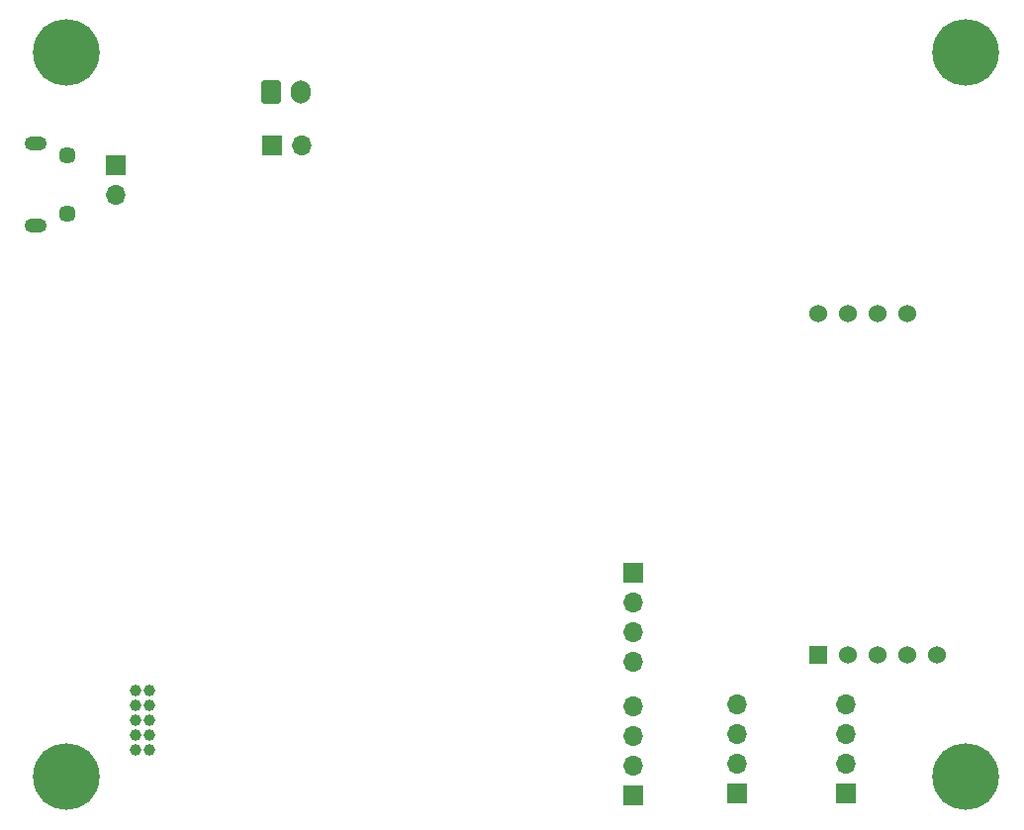
<source format=gbr>
%TF.GenerationSoftware,KiCad,Pcbnew,(5.99.0-8928-gc255dede17)*%
%TF.CreationDate,2021-03-21T11:37:16-07:00*%
%TF.ProjectId,smbpcb,736d6270-6362-42e6-9b69-6361645f7063,rev?*%
%TF.SameCoordinates,Original*%
%TF.FileFunction,Soldermask,Bot*%
%TF.FilePolarity,Negative*%
%FSLAX46Y46*%
G04 Gerber Fmt 4.6, Leading zero omitted, Abs format (unit mm)*
G04 Created by KiCad (PCBNEW (5.99.0-8928-gc255dede17)) date 2021-03-21 11:37:16*
%MOMM*%
%LPD*%
G01*
G04 APERTURE LIST*
G04 Aperture macros list*
%AMRoundRect*
0 Rectangle with rounded corners*
0 $1 Rounding radius*
0 $2 $3 $4 $5 $6 $7 $8 $9 X,Y pos of 4 corners*
0 Add a 4 corners polygon primitive as box body*
4,1,4,$2,$3,$4,$5,$6,$7,$8,$9,$2,$3,0*
0 Add four circle primitives for the rounded corners*
1,1,$1+$1,$2,$3*
1,1,$1+$1,$4,$5*
1,1,$1+$1,$6,$7*
1,1,$1+$1,$8,$9*
0 Add four rect primitives between the rounded corners*
20,1,$1+$1,$2,$3,$4,$5,0*
20,1,$1+$1,$4,$5,$6,$7,0*
20,1,$1+$1,$6,$7,$8,$9,0*
20,1,$1+$1,$8,$9,$2,$3,0*%
G04 Aperture macros list end*
%ADD10R,1.700000X1.700000*%
%ADD11O,1.700000X1.700000*%
%ADD12R,1.524000X1.524000*%
%ADD13C,1.524000*%
%ADD14O,1.900000X1.200000*%
%ADD15C,1.450000*%
%ADD16C,1.000000*%
%ADD17C,5.700000*%
%ADD18RoundRect,0.250000X-0.600000X-0.750000X0.600000X-0.750000X0.600000X0.750000X-0.600000X0.750000X0*%
%ADD19O,1.700000X2.000000*%
G04 APERTURE END LIST*
D10*
%TO.C,EXT_BATT1*%
X73335000Y-33815000D03*
D11*
X75875000Y-33815000D03*
%TD*%
D10*
%TO.C,AUX_CONN2*%
X104250000Y-89450000D03*
D11*
X104250000Y-86910000D03*
X104250000Y-84370000D03*
X104250000Y-81830000D03*
%TD*%
D12*
%TO.C,U6*%
X120115000Y-77452500D03*
D13*
X122655000Y-77452500D03*
X125195000Y-77452500D03*
X127735000Y-77452500D03*
X130275000Y-77452500D03*
X120115000Y-48242500D03*
X122655000Y-48242500D03*
X125195000Y-48242500D03*
X127735000Y-48242500D03*
%TD*%
D14*
%TO.C,J1*%
X53122500Y-33715000D03*
X53122500Y-40715000D03*
D15*
X55822500Y-34715000D03*
X55822500Y-39715000D03*
%TD*%
D16*
%TO.C,J2*%
X61680000Y-85555000D03*
X62840000Y-85555000D03*
X61680000Y-84285000D03*
X62840000Y-84285000D03*
X61680000Y-83015000D03*
X62840000Y-83015000D03*
X61680000Y-81745000D03*
X62840000Y-81745000D03*
X61680000Y-80475000D03*
X62840000Y-80475000D03*
%TD*%
D17*
%TO.C,*%
X55755000Y-87900000D03*
%TD*%
D10*
%TO.C,5V_IN1*%
X59960000Y-35540000D03*
D11*
X59960000Y-38080000D03*
%TD*%
D17*
%TO.C,REF\u002A\u002A*%
X132755000Y-25900000D03*
%TD*%
D10*
%TO.C,AUX_CONN1*%
X104250000Y-70450000D03*
D11*
X104250000Y-72990000D03*
X104250000Y-75530000D03*
X104250000Y-78070000D03*
%TD*%
D17*
%TO.C,MOUNT4*%
X132755000Y-87900000D03*
%TD*%
D18*
%TO.C,BT1*%
X73305000Y-29315000D03*
D19*
X75805000Y-29315000D03*
%TD*%
D17*
%TO.C,REF\u002A\u002A*%
X55755000Y-25900000D03*
%TD*%
D10*
%TO.C,AUX_CONN3*%
X113160000Y-89315000D03*
D11*
X113160000Y-86775000D03*
X113160000Y-84235000D03*
X113160000Y-81695000D03*
%TD*%
D10*
%TO.C,AUX_CONN4*%
X122460000Y-89315000D03*
D11*
X122460000Y-86775000D03*
X122460000Y-84235000D03*
X122460000Y-81695000D03*
%TD*%
M02*

</source>
